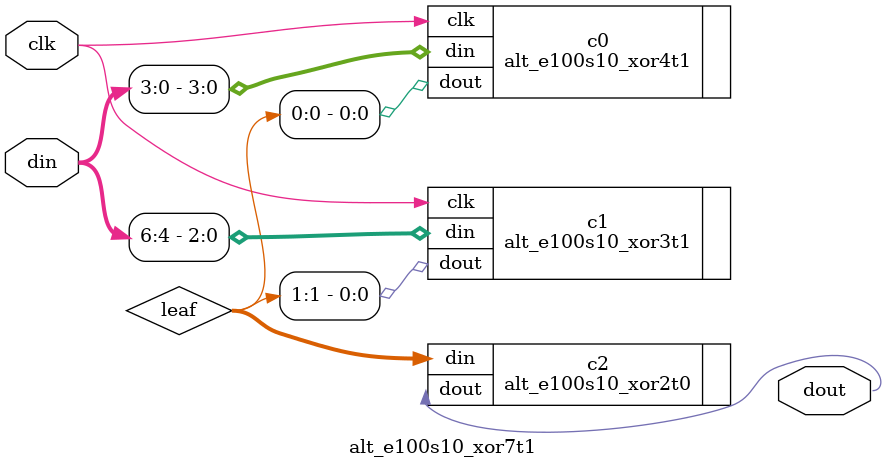
<source format=v>




`timescale 1ps/1ps

// DESCRIPTION
// 7 input XOR gate.  Latency 1.
// Generated by one of Gregg's toys.   Share And Enjoy.

module alt_e100s10_xor7t1 #(
    parameter SIM_EMULATE = 1'b0
) (
    input clk,
    input [6:0] din,
    output dout
);

wire [1:0] leaf;

alt_e100s10_xor4t1 c0 (
    .clk(clk),
    .din(din[3:0]),
    .dout(leaf[0])
);
defparam c0 .SIM_EMULATE = SIM_EMULATE;

alt_e100s10_xor3t1 c1 (
    .clk(clk),
    .din(din[6:4]),
    .dout(leaf[1])
);
defparam c1 .SIM_EMULATE = SIM_EMULATE;

alt_e100s10_xor2t0 c2 (
    .din(leaf),
    .dout(dout)
);
defparam c2 .SIM_EMULATE = SIM_EMULATE;

endmodule


</source>
